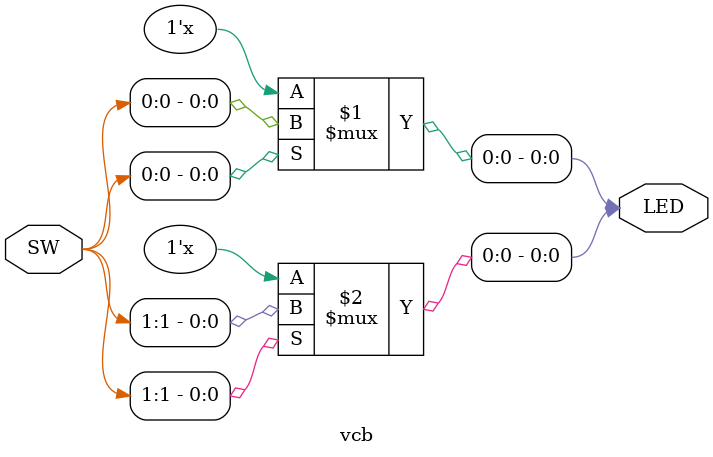
<source format=v>
`timescale 1ns / 1ps

module vcb(
   input [15:0] SW,
   output tri [15:0]LED
   );
   bufif1 b1(LED[0], SW[0], SW[0]);
   bufif1 b2(LED[0], SW[1], SW[1]);
 
endmodule
</source>
